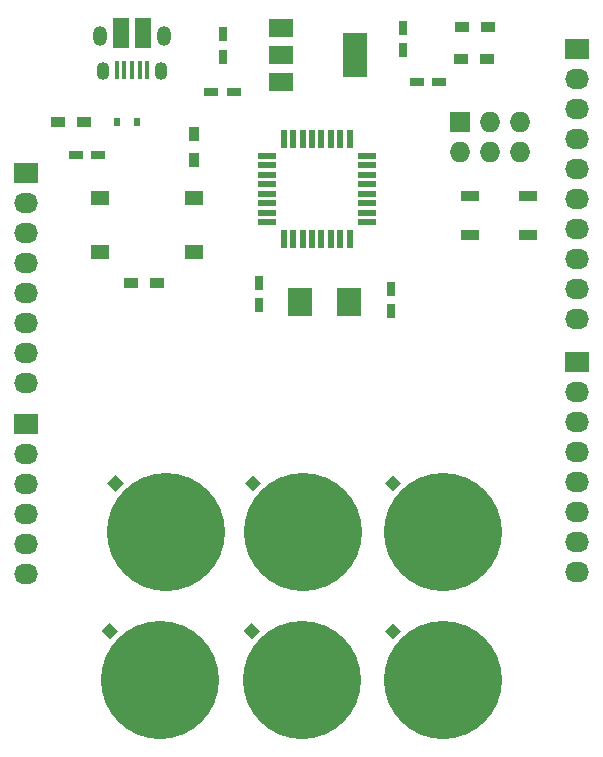
<source format=gts>
G04 #@! TF.FileFunction,Soldermask,Top*
%FSLAX46Y46*%
G04 Gerber Fmt 4.6, Leading zero omitted, Abs format (unit mm)*
G04 Created by KiCad (PCBNEW 4.0.4-stable) date 2017 January 13, Friday 02:46:46*
%MOMM*%
%LPD*%
G01*
G04 APERTURE LIST*
%ADD10C,0.100000*%
%ADD11R,2.032000X1.727200*%
%ADD12O,2.032000X1.727200*%
%ADD13R,0.550000X1.600000*%
%ADD14R,1.600000X0.550000*%
%ADD15R,1.550000X1.300000*%
%ADD16R,0.750000X1.200000*%
%ADD17R,1.200000X0.750000*%
%ADD18R,0.600000X0.800000*%
%ADD19R,0.900000X1.200000*%
%ADD20R,1.200000X0.900000*%
%ADD21R,2.000000X3.800000*%
%ADD22R,2.000000X1.500000*%
%ADD23R,1.727200X1.727200*%
%ADD24O,1.727200X1.727200*%
%ADD25R,2.000000X2.400000*%
%ADD26R,0.400000X1.650000*%
%ADD27O,1.100000X1.500000*%
%ADD28O,1.200000X1.700000*%
%ADD29R,1.425000X2.500000*%
%ADD30R,1.500000X0.900000*%
%ADD31C,10.000000*%
G04 APERTURE END LIST*
D10*
D11*
X114706400Y-89611200D03*
D12*
X114706400Y-92151200D03*
X114706400Y-94691200D03*
X114706400Y-97231200D03*
X114706400Y-99771200D03*
X114706400Y-102311200D03*
X114706400Y-104851200D03*
X114706400Y-107391200D03*
D13*
X136493600Y-95182000D03*
X137293600Y-95182000D03*
X138093600Y-95182000D03*
X138893600Y-95182000D03*
X139693600Y-95182000D03*
X140493600Y-95182000D03*
X141293600Y-95182000D03*
X142093600Y-95182000D03*
D14*
X143543600Y-93732000D03*
X143543600Y-92932000D03*
X143543600Y-92132000D03*
X143543600Y-91332000D03*
X143543600Y-90532000D03*
X143543600Y-89732000D03*
X143543600Y-88932000D03*
X143543600Y-88132000D03*
D13*
X142093600Y-86682000D03*
X141293600Y-86682000D03*
X140493600Y-86682000D03*
X139693600Y-86682000D03*
X138893600Y-86682000D03*
X138093600Y-86682000D03*
X137293600Y-86682000D03*
X136493600Y-86682000D03*
D14*
X135043600Y-88132000D03*
X135043600Y-88932000D03*
X135043600Y-89732000D03*
X135043600Y-90532000D03*
X135043600Y-91332000D03*
X135043600Y-92132000D03*
X135043600Y-92932000D03*
X135043600Y-93732000D03*
D15*
X128892200Y-96230000D03*
X120942200Y-96230000D03*
X128892200Y-91730000D03*
X120942200Y-91730000D03*
D16*
X145592800Y-99380000D03*
X145592800Y-101280000D03*
X131368800Y-79740800D03*
X131368800Y-77840800D03*
X146608800Y-79182000D03*
X146608800Y-77282000D03*
D17*
X118887200Y-88087200D03*
X120787200Y-88087200D03*
D18*
X122390800Y-85242400D03*
X124090800Y-85242400D03*
D19*
X128879600Y-86276000D03*
X128879600Y-88476000D03*
D20*
X125763200Y-98856800D03*
X123563200Y-98856800D03*
X151503200Y-79908400D03*
X153703200Y-79908400D03*
X151554000Y-77216000D03*
X153754000Y-77216000D03*
D21*
X142545200Y-79603600D03*
D22*
X136245200Y-79603600D03*
X136245200Y-81903600D03*
X136245200Y-77303600D03*
D17*
X132268000Y-82753200D03*
X130368000Y-82753200D03*
X149641600Y-81889600D03*
X147741600Y-81889600D03*
D16*
X134416800Y-100772000D03*
X134416800Y-98872000D03*
D20*
X119565600Y-85242400D03*
X117365600Y-85242400D03*
D11*
X114706400Y-110794800D03*
D12*
X114706400Y-113334800D03*
X114706400Y-115874800D03*
X114706400Y-118414800D03*
X114706400Y-120954800D03*
X114706400Y-123494800D03*
D23*
X151434800Y-85242400D03*
D24*
X151434800Y-87782400D03*
X153974800Y-85242400D03*
X153974800Y-87782400D03*
X156514800Y-85242400D03*
X156514800Y-87782400D03*
D11*
X161290000Y-79044800D03*
D12*
X161290000Y-81584800D03*
X161290000Y-84124800D03*
X161290000Y-86664800D03*
X161290000Y-89204800D03*
X161290000Y-91744800D03*
X161290000Y-94284800D03*
X161290000Y-96824800D03*
X161290000Y-99364800D03*
X161290000Y-101904800D03*
D11*
X161290000Y-105613200D03*
D12*
X161290000Y-108153200D03*
X161290000Y-110693200D03*
X161290000Y-113233200D03*
X161290000Y-115773200D03*
X161290000Y-118313200D03*
X161290000Y-120853200D03*
X161290000Y-123393200D03*
D25*
X142004000Y-100533200D03*
X137904000Y-100533200D03*
D26*
X124947200Y-80849600D03*
X124297200Y-80849600D03*
X123648100Y-80849600D03*
X122997200Y-80849600D03*
X122347200Y-80849600D03*
D27*
X126072200Y-80974600D03*
X121222200Y-80974600D03*
D28*
X126372200Y-77974600D03*
X120922200Y-77974600D03*
D29*
X124609700Y-77724600D03*
X122684700Y-77724600D03*
D30*
X152285200Y-94868800D03*
X157185200Y-94868800D03*
X157185200Y-91568800D03*
X152285200Y-91568800D03*
D31*
X126492000Y-120000000D03*
D10*
G36*
X122250200Y-116566907D02*
X121543093Y-115859800D01*
X122250200Y-115152693D01*
X122957307Y-115859800D01*
X122250200Y-116566907D01*
X122250200Y-116566907D01*
G37*
D31*
X138125200Y-120000000D03*
D10*
G36*
X133883400Y-116566907D02*
X133176293Y-115859800D01*
X133883400Y-115152693D01*
X134590507Y-115859800D01*
X133883400Y-116566907D01*
X133883400Y-116566907D01*
G37*
D31*
X150000000Y-120000000D03*
D10*
G36*
X145758200Y-116566907D02*
X145051093Y-115859800D01*
X145758200Y-115152693D01*
X146465307Y-115859800D01*
X145758200Y-116566907D01*
X145758200Y-116566907D01*
G37*
D31*
X126000000Y-132500000D03*
D10*
G36*
X121758200Y-129066907D02*
X121051093Y-128359800D01*
X121758200Y-127652693D01*
X122465307Y-128359800D01*
X121758200Y-129066907D01*
X121758200Y-129066907D01*
G37*
D31*
X138023600Y-132500000D03*
D10*
G36*
X133781800Y-129066907D02*
X133074693Y-128359800D01*
X133781800Y-127652693D01*
X134488907Y-128359800D01*
X133781800Y-129066907D01*
X133781800Y-129066907D01*
G37*
D31*
X150000000Y-132500000D03*
D10*
G36*
X145758200Y-129066907D02*
X145051093Y-128359800D01*
X145758200Y-127652693D01*
X146465307Y-128359800D01*
X145758200Y-129066907D01*
X145758200Y-129066907D01*
G37*
M02*

</source>
